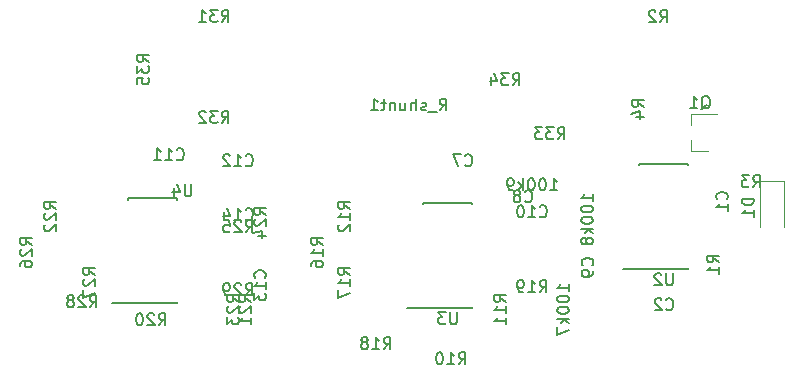
<source format=gbr>
G04 #@! TF.GenerationSoftware,KiCad,Pcbnew,(5.0.0-rc2-dev-586-g888c43477)*
G04 #@! TF.CreationDate,2018-06-04T01:03:36-03:00*
G04 #@! TF.ProjectId,Signal,5369676E616C2E6B696361645F706362,rev?*
G04 #@! TF.SameCoordinates,Original*
G04 #@! TF.FileFunction,Legend,Bot*
G04 #@! TF.FilePolarity,Positive*
%FSLAX46Y46*%
G04 Gerber Fmt 4.6, Leading zero omitted, Abs format (unit mm)*
G04 Created by KiCad (PCBNEW (5.0.0-rc2-dev-586-g888c43477)) date 06/04/18 01:03:36*
%MOMM*%
%LPD*%
G01*
G04 APERTURE LIST*
%ADD10C,0.120000*%
%ADD11C,0.150000*%
G04 APERTURE END LIST*
D10*
X71884000Y-27488000D02*
X71884000Y-26558000D01*
X71884000Y-24328000D02*
X71884000Y-25258000D01*
X71884000Y-24328000D02*
X74044000Y-24328000D01*
X71884000Y-27488000D02*
X73344000Y-27488000D01*
X77740000Y-30008000D02*
X79740000Y-30008000D01*
X79740000Y-30008000D02*
X79740000Y-33908000D01*
X77740000Y-30008000D02*
X77740000Y-33908000D01*
D11*
X49233000Y-40772000D02*
X49233000Y-40747000D01*
X53383000Y-40772000D02*
X53383000Y-40657000D01*
X53383000Y-31872000D02*
X53383000Y-31987000D01*
X49233000Y-31872000D02*
X49233000Y-31987000D01*
X49233000Y-40772000D02*
X53383000Y-40772000D01*
X49233000Y-31872000D02*
X53383000Y-31872000D01*
X49233000Y-40747000D02*
X47858000Y-40747000D01*
X24214000Y-40366000D02*
X22839000Y-40366000D01*
X24214000Y-31491000D02*
X28364000Y-31491000D01*
X24214000Y-40391000D02*
X28364000Y-40391000D01*
X24214000Y-31491000D02*
X24214000Y-31606000D01*
X28364000Y-31491000D02*
X28364000Y-31606000D01*
X28364000Y-40391000D02*
X28364000Y-40276000D01*
X24214000Y-40391000D02*
X24214000Y-40366000D01*
X67521000Y-37470000D02*
X67521000Y-37445000D01*
X71671000Y-37470000D02*
X71671000Y-37355000D01*
X71671000Y-28570000D02*
X71671000Y-28685000D01*
X67521000Y-28570000D02*
X67521000Y-28685000D01*
X67521000Y-37470000D02*
X71671000Y-37470000D01*
X67521000Y-28570000D02*
X71671000Y-28570000D01*
X67521000Y-37445000D02*
X66146000Y-37445000D01*
X32138857Y-25102380D02*
X32472190Y-24626190D01*
X32710285Y-25102380D02*
X32710285Y-24102380D01*
X32329333Y-24102380D01*
X32234095Y-24150000D01*
X32186476Y-24197619D01*
X32138857Y-24292857D01*
X32138857Y-24435714D01*
X32186476Y-24530952D01*
X32234095Y-24578571D01*
X32329333Y-24626190D01*
X32710285Y-24626190D01*
X31805523Y-24102380D02*
X31186476Y-24102380D01*
X31519809Y-24483333D01*
X31376952Y-24483333D01*
X31281714Y-24530952D01*
X31234095Y-24578571D01*
X31186476Y-24673809D01*
X31186476Y-24911904D01*
X31234095Y-25007142D01*
X31281714Y-25054761D01*
X31376952Y-25102380D01*
X31662666Y-25102380D01*
X31757904Y-25054761D01*
X31805523Y-25007142D01*
X30805523Y-24197619D02*
X30757904Y-24150000D01*
X30662666Y-24102380D01*
X30424571Y-24102380D01*
X30329333Y-24150000D01*
X30281714Y-24197619D01*
X30234095Y-24292857D01*
X30234095Y-24388095D01*
X30281714Y-24530952D01*
X30853142Y-25102380D01*
X30234095Y-25102380D01*
X72739238Y-23955619D02*
X72834476Y-23908000D01*
X72929714Y-23812761D01*
X73072571Y-23669904D01*
X73167809Y-23622285D01*
X73263047Y-23622285D01*
X73215428Y-23860380D02*
X73310666Y-23812761D01*
X73405904Y-23717523D01*
X73453523Y-23527047D01*
X73453523Y-23193714D01*
X73405904Y-23003238D01*
X73310666Y-22908000D01*
X73215428Y-22860380D01*
X73024952Y-22860380D01*
X72929714Y-22908000D01*
X72834476Y-23003238D01*
X72786857Y-23193714D01*
X72786857Y-23527047D01*
X72834476Y-23717523D01*
X72929714Y-23812761D01*
X73024952Y-23860380D01*
X73215428Y-23860380D01*
X71834476Y-23860380D02*
X72405904Y-23860380D01*
X72120190Y-23860380D02*
X72120190Y-22860380D01*
X72215428Y-23003238D01*
X72310666Y-23098476D01*
X72405904Y-23146095D01*
X45854857Y-44266380D02*
X46188190Y-43790190D01*
X46426285Y-44266380D02*
X46426285Y-43266380D01*
X46045333Y-43266380D01*
X45950095Y-43314000D01*
X45902476Y-43361619D01*
X45854857Y-43456857D01*
X45854857Y-43599714D01*
X45902476Y-43694952D01*
X45950095Y-43742571D01*
X46045333Y-43790190D01*
X46426285Y-43790190D01*
X44902476Y-44266380D02*
X45473904Y-44266380D01*
X45188190Y-44266380D02*
X45188190Y-43266380D01*
X45283428Y-43409238D01*
X45378666Y-43504476D01*
X45473904Y-43552095D01*
X44331047Y-43694952D02*
X44426285Y-43647333D01*
X44473904Y-43599714D01*
X44521523Y-43504476D01*
X44521523Y-43456857D01*
X44473904Y-43361619D01*
X44426285Y-43314000D01*
X44331047Y-43266380D01*
X44140571Y-43266380D01*
X44045333Y-43314000D01*
X43997714Y-43361619D01*
X43950095Y-43456857D01*
X43950095Y-43504476D01*
X43997714Y-43599714D01*
X44045333Y-43647333D01*
X44140571Y-43694952D01*
X44331047Y-43694952D01*
X44426285Y-43742571D01*
X44473904Y-43790190D01*
X44521523Y-43885428D01*
X44521523Y-44075904D01*
X44473904Y-44171142D01*
X44426285Y-44218761D01*
X44331047Y-44266380D01*
X44140571Y-44266380D01*
X44045333Y-44218761D01*
X43997714Y-44171142D01*
X43950095Y-44075904D01*
X43950095Y-43885428D01*
X43997714Y-43790190D01*
X44045333Y-43742571D01*
X44140571Y-43694952D01*
X34170857Y-33251142D02*
X34218476Y-33298761D01*
X34361333Y-33346380D01*
X34456571Y-33346380D01*
X34599428Y-33298761D01*
X34694666Y-33203523D01*
X34742285Y-33108285D01*
X34789904Y-32917809D01*
X34789904Y-32774952D01*
X34742285Y-32584476D01*
X34694666Y-32489238D01*
X34599428Y-32394000D01*
X34456571Y-32346380D01*
X34361333Y-32346380D01*
X34218476Y-32394000D01*
X34170857Y-32441619D01*
X33218476Y-33346380D02*
X33789904Y-33346380D01*
X33504190Y-33346380D02*
X33504190Y-32346380D01*
X33599428Y-32489238D01*
X33694666Y-32584476D01*
X33789904Y-32632095D01*
X32361333Y-32679714D02*
X32361333Y-33346380D01*
X32599428Y-32298761D02*
X32837523Y-33013047D01*
X32218476Y-33013047D01*
X35791142Y-38219142D02*
X35838761Y-38171523D01*
X35886380Y-38028666D01*
X35886380Y-37933428D01*
X35838761Y-37790571D01*
X35743523Y-37695333D01*
X35648285Y-37647714D01*
X35457809Y-37600095D01*
X35314952Y-37600095D01*
X35124476Y-37647714D01*
X35029238Y-37695333D01*
X34934000Y-37790571D01*
X34886380Y-37933428D01*
X34886380Y-38028666D01*
X34934000Y-38171523D01*
X34981619Y-38219142D01*
X35886380Y-39171523D02*
X35886380Y-38600095D01*
X35886380Y-38885809D02*
X34886380Y-38885809D01*
X35029238Y-38790571D01*
X35124476Y-38695333D01*
X35172095Y-38600095D01*
X34886380Y-39504857D02*
X34886380Y-40123904D01*
X35267333Y-39790571D01*
X35267333Y-39933428D01*
X35314952Y-40028666D01*
X35362571Y-40076285D01*
X35457809Y-40123904D01*
X35695904Y-40123904D01*
X35791142Y-40076285D01*
X35838761Y-40028666D01*
X35886380Y-39933428D01*
X35886380Y-39647714D01*
X35838761Y-39552476D01*
X35791142Y-39504857D01*
X34170857Y-28679142D02*
X34218476Y-28726761D01*
X34361333Y-28774380D01*
X34456571Y-28774380D01*
X34599428Y-28726761D01*
X34694666Y-28631523D01*
X34742285Y-28536285D01*
X34789904Y-28345809D01*
X34789904Y-28202952D01*
X34742285Y-28012476D01*
X34694666Y-27917238D01*
X34599428Y-27822000D01*
X34456571Y-27774380D01*
X34361333Y-27774380D01*
X34218476Y-27822000D01*
X34170857Y-27869619D01*
X33218476Y-28774380D02*
X33789904Y-28774380D01*
X33504190Y-28774380D02*
X33504190Y-27774380D01*
X33599428Y-27917238D01*
X33694666Y-28012476D01*
X33789904Y-28060095D01*
X32837523Y-27869619D02*
X32789904Y-27822000D01*
X32694666Y-27774380D01*
X32456571Y-27774380D01*
X32361333Y-27822000D01*
X32313714Y-27869619D01*
X32266095Y-27964857D01*
X32266095Y-28060095D01*
X32313714Y-28202952D01*
X32885142Y-28774380D01*
X32266095Y-28774380D01*
X28328857Y-28171142D02*
X28376476Y-28218761D01*
X28519333Y-28266380D01*
X28614571Y-28266380D01*
X28757428Y-28218761D01*
X28852666Y-28123523D01*
X28900285Y-28028285D01*
X28947904Y-27837809D01*
X28947904Y-27694952D01*
X28900285Y-27504476D01*
X28852666Y-27409238D01*
X28757428Y-27314000D01*
X28614571Y-27266380D01*
X28519333Y-27266380D01*
X28376476Y-27314000D01*
X28328857Y-27361619D01*
X27376476Y-28266380D02*
X27947904Y-28266380D01*
X27662190Y-28266380D02*
X27662190Y-27266380D01*
X27757428Y-27409238D01*
X27852666Y-27504476D01*
X27947904Y-27552095D01*
X26424095Y-28266380D02*
X26995523Y-28266380D01*
X26709809Y-28266380D02*
X26709809Y-27266380D01*
X26805047Y-27409238D01*
X26900285Y-27504476D01*
X26995523Y-27552095D01*
X74907142Y-31583333D02*
X74954761Y-31535714D01*
X75002380Y-31392857D01*
X75002380Y-31297619D01*
X74954761Y-31154761D01*
X74859523Y-31059523D01*
X74764285Y-31011904D01*
X74573809Y-30964285D01*
X74430952Y-30964285D01*
X74240476Y-31011904D01*
X74145238Y-31059523D01*
X74050000Y-31154761D01*
X74002380Y-31297619D01*
X74002380Y-31392857D01*
X74050000Y-31535714D01*
X74097619Y-31583333D01*
X75002380Y-32535714D02*
X75002380Y-31964285D01*
X75002380Y-32250000D02*
X74002380Y-32250000D01*
X74145238Y-32154761D01*
X74240476Y-32059523D01*
X74288095Y-31964285D01*
X69762666Y-40869142D02*
X69810285Y-40916761D01*
X69953142Y-40964380D01*
X70048380Y-40964380D01*
X70191238Y-40916761D01*
X70286476Y-40821523D01*
X70334095Y-40726285D01*
X70381714Y-40535809D01*
X70381714Y-40392952D01*
X70334095Y-40202476D01*
X70286476Y-40107238D01*
X70191238Y-40012000D01*
X70048380Y-39964380D01*
X69953142Y-39964380D01*
X69810285Y-40012000D01*
X69762666Y-40059619D01*
X69381714Y-40059619D02*
X69334095Y-40012000D01*
X69238857Y-39964380D01*
X69000761Y-39964380D01*
X68905523Y-40012000D01*
X68857904Y-40059619D01*
X68810285Y-40154857D01*
X68810285Y-40250095D01*
X68857904Y-40392952D01*
X69429333Y-40964380D01*
X68810285Y-40964380D01*
X52744666Y-28679142D02*
X52792285Y-28726761D01*
X52935142Y-28774380D01*
X53030380Y-28774380D01*
X53173238Y-28726761D01*
X53268476Y-28631523D01*
X53316095Y-28536285D01*
X53363714Y-28345809D01*
X53363714Y-28202952D01*
X53316095Y-28012476D01*
X53268476Y-27917238D01*
X53173238Y-27822000D01*
X53030380Y-27774380D01*
X52935142Y-27774380D01*
X52792285Y-27822000D01*
X52744666Y-27869619D01*
X52411333Y-27774380D02*
X51744666Y-27774380D01*
X52173238Y-28774380D01*
X57824666Y-31725142D02*
X57872285Y-31772761D01*
X58015142Y-31820380D01*
X58110380Y-31820380D01*
X58253238Y-31772761D01*
X58348476Y-31677523D01*
X58396095Y-31582285D01*
X58443714Y-31391809D01*
X58443714Y-31248952D01*
X58396095Y-31058476D01*
X58348476Y-30963238D01*
X58253238Y-30868000D01*
X58110380Y-30820380D01*
X58015142Y-30820380D01*
X57872285Y-30868000D01*
X57824666Y-30915619D01*
X57253238Y-31248952D02*
X57348476Y-31201333D01*
X57396095Y-31153714D01*
X57443714Y-31058476D01*
X57443714Y-31010857D01*
X57396095Y-30915619D01*
X57348476Y-30868000D01*
X57253238Y-30820380D01*
X57062761Y-30820380D01*
X56967523Y-30868000D01*
X56919904Y-30915619D01*
X56872285Y-31010857D01*
X56872285Y-31058476D01*
X56919904Y-31153714D01*
X56967523Y-31201333D01*
X57062761Y-31248952D01*
X57253238Y-31248952D01*
X57348476Y-31296571D01*
X57396095Y-31344190D01*
X57443714Y-31439428D01*
X57443714Y-31629904D01*
X57396095Y-31725142D01*
X57348476Y-31772761D01*
X57253238Y-31820380D01*
X57062761Y-31820380D01*
X56967523Y-31772761D01*
X56919904Y-31725142D01*
X56872285Y-31629904D01*
X56872285Y-31439428D01*
X56919904Y-31344190D01*
X56967523Y-31296571D01*
X57062761Y-31248952D01*
X63523642Y-37171333D02*
X63571261Y-37123714D01*
X63618880Y-36980857D01*
X63618880Y-36885619D01*
X63571261Y-36742761D01*
X63476023Y-36647523D01*
X63380785Y-36599904D01*
X63190309Y-36552285D01*
X63047452Y-36552285D01*
X62856976Y-36599904D01*
X62761738Y-36647523D01*
X62666500Y-36742761D01*
X62618880Y-36885619D01*
X62618880Y-36980857D01*
X62666500Y-37123714D01*
X62714119Y-37171333D01*
X63618880Y-37647523D02*
X63618880Y-37838000D01*
X63571261Y-37933238D01*
X63523642Y-37980857D01*
X63380785Y-38076095D01*
X63190309Y-38123714D01*
X62809357Y-38123714D01*
X62714119Y-38076095D01*
X62666500Y-38028476D01*
X62618880Y-37933238D01*
X62618880Y-37742761D01*
X62666500Y-37647523D01*
X62714119Y-37599904D01*
X62809357Y-37552285D01*
X63047452Y-37552285D01*
X63142690Y-37599904D01*
X63190309Y-37647523D01*
X63237928Y-37742761D01*
X63237928Y-37933238D01*
X63190309Y-38028476D01*
X63142690Y-38076095D01*
X63047452Y-38123714D01*
X59062857Y-32997142D02*
X59110476Y-33044761D01*
X59253333Y-33092380D01*
X59348571Y-33092380D01*
X59491428Y-33044761D01*
X59586666Y-32949523D01*
X59634285Y-32854285D01*
X59681904Y-32663809D01*
X59681904Y-32520952D01*
X59634285Y-32330476D01*
X59586666Y-32235238D01*
X59491428Y-32140000D01*
X59348571Y-32092380D01*
X59253333Y-32092380D01*
X59110476Y-32140000D01*
X59062857Y-32187619D01*
X58110476Y-33092380D02*
X58681904Y-33092380D01*
X58396190Y-33092380D02*
X58396190Y-32092380D01*
X58491428Y-32235238D01*
X58586666Y-32330476D01*
X58681904Y-32378095D01*
X57491428Y-32092380D02*
X57396190Y-32092380D01*
X57300952Y-32140000D01*
X57253333Y-32187619D01*
X57205714Y-32282857D01*
X57158095Y-32473333D01*
X57158095Y-32711428D01*
X57205714Y-32901904D01*
X57253333Y-32997142D01*
X57300952Y-33044761D01*
X57396190Y-33092380D01*
X57491428Y-33092380D01*
X57586666Y-33044761D01*
X57634285Y-32997142D01*
X57681904Y-32901904D01*
X57729523Y-32711428D01*
X57729523Y-32473333D01*
X57681904Y-32282857D01*
X57634285Y-32187619D01*
X57586666Y-32140000D01*
X57491428Y-32092380D01*
X77192380Y-31519904D02*
X76192380Y-31519904D01*
X76192380Y-31758000D01*
X76240000Y-31900857D01*
X76335238Y-31996095D01*
X76430476Y-32043714D01*
X76620952Y-32091333D01*
X76763809Y-32091333D01*
X76954285Y-32043714D01*
X77049523Y-31996095D01*
X77144761Y-31900857D01*
X77192380Y-31758000D01*
X77192380Y-31519904D01*
X77192380Y-33043714D02*
X77192380Y-32472285D01*
X77192380Y-32758000D02*
X76192380Y-32758000D01*
X76335238Y-32662761D01*
X76430476Y-32567523D01*
X76478095Y-32472285D01*
X40712380Y-35425142D02*
X40236190Y-35091809D01*
X40712380Y-34853714D02*
X39712380Y-34853714D01*
X39712380Y-35234666D01*
X39760000Y-35329904D01*
X39807619Y-35377523D01*
X39902857Y-35425142D01*
X40045714Y-35425142D01*
X40140952Y-35377523D01*
X40188571Y-35329904D01*
X40236190Y-35234666D01*
X40236190Y-34853714D01*
X40712380Y-36377523D02*
X40712380Y-35806095D01*
X40712380Y-36091809D02*
X39712380Y-36091809D01*
X39855238Y-35996571D01*
X39950476Y-35901333D01*
X39998095Y-35806095D01*
X39712380Y-37234666D02*
X39712380Y-37044190D01*
X39760000Y-36948952D01*
X39807619Y-36901333D01*
X39950476Y-36806095D01*
X40140952Y-36758476D01*
X40521904Y-36758476D01*
X40617142Y-36806095D01*
X40664761Y-36853714D01*
X40712380Y-36948952D01*
X40712380Y-37139428D01*
X40664761Y-37234666D01*
X40617142Y-37282285D01*
X40521904Y-37329904D01*
X40283809Y-37329904D01*
X40188571Y-37282285D01*
X40140952Y-37234666D01*
X40093333Y-37139428D01*
X40093333Y-36948952D01*
X40140952Y-36853714D01*
X40188571Y-36806095D01*
X40283809Y-36758476D01*
X61538380Y-39346380D02*
X61538380Y-38774952D01*
X61538380Y-39060666D02*
X60538380Y-39060666D01*
X60681238Y-38965428D01*
X60776476Y-38870190D01*
X60824095Y-38774952D01*
X60538380Y-39965428D02*
X60538380Y-40060666D01*
X60586000Y-40155904D01*
X60633619Y-40203523D01*
X60728857Y-40251142D01*
X60919333Y-40298761D01*
X61157428Y-40298761D01*
X61347904Y-40251142D01*
X61443142Y-40203523D01*
X61490761Y-40155904D01*
X61538380Y-40060666D01*
X61538380Y-39965428D01*
X61490761Y-39870190D01*
X61443142Y-39822571D01*
X61347904Y-39774952D01*
X61157428Y-39727333D01*
X60919333Y-39727333D01*
X60728857Y-39774952D01*
X60633619Y-39822571D01*
X60586000Y-39870190D01*
X60538380Y-39965428D01*
X60538380Y-40917809D02*
X60538380Y-41013047D01*
X60586000Y-41108285D01*
X60633619Y-41155904D01*
X60728857Y-41203523D01*
X60919333Y-41251142D01*
X61157428Y-41251142D01*
X61347904Y-41203523D01*
X61443142Y-41155904D01*
X61490761Y-41108285D01*
X61538380Y-41013047D01*
X61538380Y-40917809D01*
X61490761Y-40822571D01*
X61443142Y-40774952D01*
X61347904Y-40727333D01*
X61157428Y-40679714D01*
X60919333Y-40679714D01*
X60728857Y-40727333D01*
X60633619Y-40774952D01*
X60586000Y-40822571D01*
X60538380Y-40917809D01*
X61538380Y-41679714D02*
X60538380Y-41679714D01*
X61157428Y-41774952D02*
X61538380Y-42060666D01*
X60871714Y-42060666D02*
X61252666Y-41679714D01*
X60538380Y-42394000D02*
X60538380Y-43060666D01*
X61538380Y-42632095D01*
X42998380Y-32377142D02*
X42522190Y-32043809D01*
X42998380Y-31805714D02*
X41998380Y-31805714D01*
X41998380Y-32186666D01*
X42046000Y-32281904D01*
X42093619Y-32329523D01*
X42188857Y-32377142D01*
X42331714Y-32377142D01*
X42426952Y-32329523D01*
X42474571Y-32281904D01*
X42522190Y-32186666D01*
X42522190Y-31805714D01*
X42998380Y-33329523D02*
X42998380Y-32758095D01*
X42998380Y-33043809D02*
X41998380Y-33043809D01*
X42141238Y-32948571D01*
X42236476Y-32853333D01*
X42284095Y-32758095D01*
X42093619Y-33710476D02*
X42046000Y-33758095D01*
X41998380Y-33853333D01*
X41998380Y-34091428D01*
X42046000Y-34186666D01*
X42093619Y-34234285D01*
X42188857Y-34281904D01*
X42284095Y-34281904D01*
X42426952Y-34234285D01*
X42998380Y-33662857D01*
X42998380Y-34281904D01*
X74240380Y-36917333D02*
X73764190Y-36584000D01*
X74240380Y-36345904D02*
X73240380Y-36345904D01*
X73240380Y-36726857D01*
X73288000Y-36822095D01*
X73335619Y-36869714D01*
X73430857Y-36917333D01*
X73573714Y-36917333D01*
X73668952Y-36869714D01*
X73716571Y-36822095D01*
X73764190Y-36726857D01*
X73764190Y-36345904D01*
X74240380Y-37869714D02*
X74240380Y-37298285D01*
X74240380Y-37584000D02*
X73240380Y-37584000D01*
X73383238Y-37488761D01*
X73478476Y-37393523D01*
X73526095Y-37298285D01*
X69254666Y-16582380D02*
X69588000Y-16106190D01*
X69826095Y-16582380D02*
X69826095Y-15582380D01*
X69445142Y-15582380D01*
X69349904Y-15630000D01*
X69302285Y-15677619D01*
X69254666Y-15772857D01*
X69254666Y-15915714D01*
X69302285Y-16010952D01*
X69349904Y-16058571D01*
X69445142Y-16106190D01*
X69826095Y-16106190D01*
X68873714Y-15677619D02*
X68826095Y-15630000D01*
X68730857Y-15582380D01*
X68492761Y-15582380D01*
X68397523Y-15630000D01*
X68349904Y-15677619D01*
X68302285Y-15772857D01*
X68302285Y-15868095D01*
X68349904Y-16010952D01*
X68921333Y-16582380D01*
X68302285Y-16582380D01*
X77128666Y-30550380D02*
X77462000Y-30074190D01*
X77700095Y-30550380D02*
X77700095Y-29550380D01*
X77319142Y-29550380D01*
X77223904Y-29598000D01*
X77176285Y-29645619D01*
X77128666Y-29740857D01*
X77128666Y-29883714D01*
X77176285Y-29978952D01*
X77223904Y-30026571D01*
X77319142Y-30074190D01*
X77700095Y-30074190D01*
X76795333Y-29550380D02*
X76176285Y-29550380D01*
X76509619Y-29931333D01*
X76366761Y-29931333D01*
X76271523Y-29978952D01*
X76223904Y-30026571D01*
X76176285Y-30121809D01*
X76176285Y-30359904D01*
X76223904Y-30455142D01*
X76271523Y-30502761D01*
X76366761Y-30550380D01*
X76652476Y-30550380D01*
X76747714Y-30502761D01*
X76795333Y-30455142D01*
X67890380Y-23757833D02*
X67414190Y-23424500D01*
X67890380Y-23186404D02*
X66890380Y-23186404D01*
X66890380Y-23567357D01*
X66938000Y-23662595D01*
X66985619Y-23710214D01*
X67080857Y-23757833D01*
X67223714Y-23757833D01*
X67318952Y-23710214D01*
X67366571Y-23662595D01*
X67414190Y-23567357D01*
X67414190Y-23186404D01*
X67223714Y-24614976D02*
X67890380Y-24614976D01*
X66842761Y-24376880D02*
X67557047Y-24138785D01*
X67557047Y-24757833D01*
X52204857Y-45536380D02*
X52538190Y-45060190D01*
X52776285Y-45536380D02*
X52776285Y-44536380D01*
X52395333Y-44536380D01*
X52300095Y-44584000D01*
X52252476Y-44631619D01*
X52204857Y-44726857D01*
X52204857Y-44869714D01*
X52252476Y-44964952D01*
X52300095Y-45012571D01*
X52395333Y-45060190D01*
X52776285Y-45060190D01*
X51252476Y-45536380D02*
X51823904Y-45536380D01*
X51538190Y-45536380D02*
X51538190Y-44536380D01*
X51633428Y-44679238D01*
X51728666Y-44774476D01*
X51823904Y-44822095D01*
X50633428Y-44536380D02*
X50538190Y-44536380D01*
X50442952Y-44584000D01*
X50395333Y-44631619D01*
X50347714Y-44726857D01*
X50300095Y-44917333D01*
X50300095Y-45155428D01*
X50347714Y-45345904D01*
X50395333Y-45441142D01*
X50442952Y-45488761D01*
X50538190Y-45536380D01*
X50633428Y-45536380D01*
X50728666Y-45488761D01*
X50776285Y-45441142D01*
X50823904Y-45345904D01*
X50871523Y-45155428D01*
X50871523Y-44917333D01*
X50823904Y-44726857D01*
X50776285Y-44631619D01*
X50728666Y-44584000D01*
X50633428Y-44536380D01*
X56206380Y-40251142D02*
X55730190Y-39917809D01*
X56206380Y-39679714D02*
X55206380Y-39679714D01*
X55206380Y-40060666D01*
X55254000Y-40155904D01*
X55301619Y-40203523D01*
X55396857Y-40251142D01*
X55539714Y-40251142D01*
X55634952Y-40203523D01*
X55682571Y-40155904D01*
X55730190Y-40060666D01*
X55730190Y-39679714D01*
X56206380Y-41203523D02*
X56206380Y-40632095D01*
X56206380Y-40917809D02*
X55206380Y-40917809D01*
X55349238Y-40822571D01*
X55444476Y-40727333D01*
X55492095Y-40632095D01*
X56206380Y-42155904D02*
X56206380Y-41584476D01*
X56206380Y-41870190D02*
X55206380Y-41870190D01*
X55349238Y-41774952D01*
X55444476Y-41679714D01*
X55492095Y-41584476D01*
X50595238Y-24052380D02*
X50928571Y-23576190D01*
X51166666Y-24052380D02*
X51166666Y-23052380D01*
X50785714Y-23052380D01*
X50690476Y-23100000D01*
X50642857Y-23147619D01*
X50595238Y-23242857D01*
X50595238Y-23385714D01*
X50642857Y-23480952D01*
X50690476Y-23528571D01*
X50785714Y-23576190D01*
X51166666Y-23576190D01*
X50404761Y-24147619D02*
X49642857Y-24147619D01*
X49452380Y-24004761D02*
X49357142Y-24052380D01*
X49166666Y-24052380D01*
X49071428Y-24004761D01*
X49023809Y-23909523D01*
X49023809Y-23861904D01*
X49071428Y-23766666D01*
X49166666Y-23719047D01*
X49309523Y-23719047D01*
X49404761Y-23671428D01*
X49452380Y-23576190D01*
X49452380Y-23528571D01*
X49404761Y-23433333D01*
X49309523Y-23385714D01*
X49166666Y-23385714D01*
X49071428Y-23433333D01*
X48595238Y-24052380D02*
X48595238Y-23052380D01*
X48166666Y-24052380D02*
X48166666Y-23528571D01*
X48214285Y-23433333D01*
X48309523Y-23385714D01*
X48452380Y-23385714D01*
X48547619Y-23433333D01*
X48595238Y-23480952D01*
X47261904Y-23385714D02*
X47261904Y-24052380D01*
X47690476Y-23385714D02*
X47690476Y-23909523D01*
X47642857Y-24004761D01*
X47547619Y-24052380D01*
X47404761Y-24052380D01*
X47309523Y-24004761D01*
X47261904Y-23957142D01*
X46785714Y-23385714D02*
X46785714Y-24052380D01*
X46785714Y-23480952D02*
X46738095Y-23433333D01*
X46642857Y-23385714D01*
X46500000Y-23385714D01*
X46404761Y-23433333D01*
X46357142Y-23528571D01*
X46357142Y-24052380D01*
X46023809Y-23385714D02*
X45642857Y-23385714D01*
X45880952Y-23052380D02*
X45880952Y-23909523D01*
X45833333Y-24004761D01*
X45738095Y-24052380D01*
X45642857Y-24052380D01*
X44785714Y-24052380D02*
X45357142Y-24052380D01*
X45071428Y-24052380D02*
X45071428Y-23052380D01*
X45166666Y-23195238D01*
X45261904Y-23290476D01*
X45357142Y-23338095D01*
X20962857Y-40712380D02*
X21296190Y-40236190D01*
X21534285Y-40712380D02*
X21534285Y-39712380D01*
X21153333Y-39712380D01*
X21058095Y-39760000D01*
X21010476Y-39807619D01*
X20962857Y-39902857D01*
X20962857Y-40045714D01*
X21010476Y-40140952D01*
X21058095Y-40188571D01*
X21153333Y-40236190D01*
X21534285Y-40236190D01*
X20581904Y-39807619D02*
X20534285Y-39760000D01*
X20439047Y-39712380D01*
X20200952Y-39712380D01*
X20105714Y-39760000D01*
X20058095Y-39807619D01*
X20010476Y-39902857D01*
X20010476Y-39998095D01*
X20058095Y-40140952D01*
X20629523Y-40712380D01*
X20010476Y-40712380D01*
X19439047Y-40140952D02*
X19534285Y-40093333D01*
X19581904Y-40045714D01*
X19629523Y-39950476D01*
X19629523Y-39902857D01*
X19581904Y-39807619D01*
X19534285Y-39760000D01*
X19439047Y-39712380D01*
X19248571Y-39712380D01*
X19153333Y-39760000D01*
X19105714Y-39807619D01*
X19058095Y-39902857D01*
X19058095Y-39950476D01*
X19105714Y-40045714D01*
X19153333Y-40093333D01*
X19248571Y-40140952D01*
X19439047Y-40140952D01*
X19534285Y-40188571D01*
X19581904Y-40236190D01*
X19629523Y-40331428D01*
X19629523Y-40521904D01*
X19581904Y-40617142D01*
X19534285Y-40664761D01*
X19439047Y-40712380D01*
X19248571Y-40712380D01*
X19153333Y-40664761D01*
X19105714Y-40617142D01*
X19058095Y-40521904D01*
X19058095Y-40331428D01*
X19105714Y-40236190D01*
X19153333Y-40188571D01*
X19248571Y-40140952D01*
X21406380Y-37965142D02*
X20930190Y-37631809D01*
X21406380Y-37393714D02*
X20406380Y-37393714D01*
X20406380Y-37774666D01*
X20454000Y-37869904D01*
X20501619Y-37917523D01*
X20596857Y-37965142D01*
X20739714Y-37965142D01*
X20834952Y-37917523D01*
X20882571Y-37869904D01*
X20930190Y-37774666D01*
X20930190Y-37393714D01*
X20501619Y-38346095D02*
X20454000Y-38393714D01*
X20406380Y-38488952D01*
X20406380Y-38727047D01*
X20454000Y-38822285D01*
X20501619Y-38869904D01*
X20596857Y-38917523D01*
X20692095Y-38917523D01*
X20834952Y-38869904D01*
X21406380Y-38298476D01*
X21406380Y-38917523D01*
X20406380Y-39250857D02*
X20406380Y-39917523D01*
X21406380Y-39488952D01*
X63570380Y-31726380D02*
X63570380Y-31154952D01*
X63570380Y-31440666D02*
X62570380Y-31440666D01*
X62713238Y-31345428D01*
X62808476Y-31250190D01*
X62856095Y-31154952D01*
X62570380Y-32345428D02*
X62570380Y-32440666D01*
X62618000Y-32535904D01*
X62665619Y-32583523D01*
X62760857Y-32631142D01*
X62951333Y-32678761D01*
X63189428Y-32678761D01*
X63379904Y-32631142D01*
X63475142Y-32583523D01*
X63522761Y-32535904D01*
X63570380Y-32440666D01*
X63570380Y-32345428D01*
X63522761Y-32250190D01*
X63475142Y-32202571D01*
X63379904Y-32154952D01*
X63189428Y-32107333D01*
X62951333Y-32107333D01*
X62760857Y-32154952D01*
X62665619Y-32202571D01*
X62618000Y-32250190D01*
X62570380Y-32345428D01*
X62570380Y-33297809D02*
X62570380Y-33393047D01*
X62618000Y-33488285D01*
X62665619Y-33535904D01*
X62760857Y-33583523D01*
X62951333Y-33631142D01*
X63189428Y-33631142D01*
X63379904Y-33583523D01*
X63475142Y-33535904D01*
X63522761Y-33488285D01*
X63570380Y-33393047D01*
X63570380Y-33297809D01*
X63522761Y-33202571D01*
X63475142Y-33154952D01*
X63379904Y-33107333D01*
X63189428Y-33059714D01*
X62951333Y-33059714D01*
X62760857Y-33107333D01*
X62665619Y-33154952D01*
X62618000Y-33202571D01*
X62570380Y-33297809D01*
X63570380Y-34059714D02*
X62570380Y-34059714D01*
X63189428Y-34154952D02*
X63570380Y-34440666D01*
X62903714Y-34440666D02*
X63284666Y-34059714D01*
X62998952Y-35012095D02*
X62951333Y-34916857D01*
X62903714Y-34869238D01*
X62808476Y-34821619D01*
X62760857Y-34821619D01*
X62665619Y-34869238D01*
X62618000Y-34916857D01*
X62570380Y-35012095D01*
X62570380Y-35202571D01*
X62618000Y-35297809D01*
X62665619Y-35345428D01*
X62760857Y-35393047D01*
X62808476Y-35393047D01*
X62903714Y-35345428D01*
X62951333Y-35297809D01*
X62998952Y-35202571D01*
X62998952Y-35012095D01*
X63046571Y-34916857D01*
X63094190Y-34869238D01*
X63189428Y-34821619D01*
X63379904Y-34821619D01*
X63475142Y-34869238D01*
X63522761Y-34916857D01*
X63570380Y-35012095D01*
X63570380Y-35202571D01*
X63522761Y-35297809D01*
X63475142Y-35345428D01*
X63379904Y-35393047D01*
X63189428Y-35393047D01*
X63094190Y-35345428D01*
X63046571Y-35297809D01*
X62998952Y-35202571D01*
X34170857Y-34360380D02*
X34504190Y-33884190D01*
X34742285Y-34360380D02*
X34742285Y-33360380D01*
X34361333Y-33360380D01*
X34266095Y-33408000D01*
X34218476Y-33455619D01*
X34170857Y-33550857D01*
X34170857Y-33693714D01*
X34218476Y-33788952D01*
X34266095Y-33836571D01*
X34361333Y-33884190D01*
X34742285Y-33884190D01*
X33789904Y-33455619D02*
X33742285Y-33408000D01*
X33647047Y-33360380D01*
X33408952Y-33360380D01*
X33313714Y-33408000D01*
X33266095Y-33455619D01*
X33218476Y-33550857D01*
X33218476Y-33646095D01*
X33266095Y-33788952D01*
X33837523Y-34360380D01*
X33218476Y-34360380D01*
X32313714Y-33360380D02*
X32789904Y-33360380D01*
X32837523Y-33836571D01*
X32789904Y-33788952D01*
X32694666Y-33741333D01*
X32456571Y-33741333D01*
X32361333Y-33788952D01*
X32313714Y-33836571D01*
X32266095Y-33931809D01*
X32266095Y-34169904D01*
X32313714Y-34265142D01*
X32361333Y-34312761D01*
X32456571Y-34360380D01*
X32694666Y-34360380D01*
X32789904Y-34312761D01*
X32837523Y-34265142D01*
X35886380Y-32885142D02*
X35410190Y-32551809D01*
X35886380Y-32313714D02*
X34886380Y-32313714D01*
X34886380Y-32694666D01*
X34934000Y-32789904D01*
X34981619Y-32837523D01*
X35076857Y-32885142D01*
X35219714Y-32885142D01*
X35314952Y-32837523D01*
X35362571Y-32789904D01*
X35410190Y-32694666D01*
X35410190Y-32313714D01*
X34981619Y-33266095D02*
X34934000Y-33313714D01*
X34886380Y-33408952D01*
X34886380Y-33647047D01*
X34934000Y-33742285D01*
X34981619Y-33789904D01*
X35076857Y-33837523D01*
X35172095Y-33837523D01*
X35314952Y-33789904D01*
X35886380Y-33218476D01*
X35886380Y-33837523D01*
X35219714Y-34694666D02*
X35886380Y-34694666D01*
X34838761Y-34456571D02*
X35553047Y-34218476D01*
X35553047Y-34837523D01*
X33600380Y-40251142D02*
X33124190Y-39917809D01*
X33600380Y-39679714D02*
X32600380Y-39679714D01*
X32600380Y-40060666D01*
X32648000Y-40155904D01*
X32695619Y-40203523D01*
X32790857Y-40251142D01*
X32933714Y-40251142D01*
X33028952Y-40203523D01*
X33076571Y-40155904D01*
X33124190Y-40060666D01*
X33124190Y-39679714D01*
X32695619Y-40632095D02*
X32648000Y-40679714D01*
X32600380Y-40774952D01*
X32600380Y-41013047D01*
X32648000Y-41108285D01*
X32695619Y-41155904D01*
X32790857Y-41203523D01*
X32886095Y-41203523D01*
X33028952Y-41155904D01*
X33600380Y-40584476D01*
X33600380Y-41203523D01*
X32600380Y-41536857D02*
X32600380Y-42155904D01*
X32981333Y-41822571D01*
X32981333Y-41965428D01*
X33028952Y-42060666D01*
X33076571Y-42108285D01*
X33171809Y-42155904D01*
X33409904Y-42155904D01*
X33505142Y-42108285D01*
X33552761Y-42060666D01*
X33600380Y-41965428D01*
X33600380Y-41679714D01*
X33552761Y-41584476D01*
X33505142Y-41536857D01*
X18106380Y-32377142D02*
X17630190Y-32043809D01*
X18106380Y-31805714D02*
X17106380Y-31805714D01*
X17106380Y-32186666D01*
X17154000Y-32281904D01*
X17201619Y-32329523D01*
X17296857Y-32377142D01*
X17439714Y-32377142D01*
X17534952Y-32329523D01*
X17582571Y-32281904D01*
X17630190Y-32186666D01*
X17630190Y-31805714D01*
X17201619Y-32758095D02*
X17154000Y-32805714D01*
X17106380Y-32900952D01*
X17106380Y-33139047D01*
X17154000Y-33234285D01*
X17201619Y-33281904D01*
X17296857Y-33329523D01*
X17392095Y-33329523D01*
X17534952Y-33281904D01*
X18106380Y-32710476D01*
X18106380Y-33329523D01*
X17201619Y-33710476D02*
X17154000Y-33758095D01*
X17106380Y-33853333D01*
X17106380Y-34091428D01*
X17154000Y-34186666D01*
X17201619Y-34234285D01*
X17296857Y-34281904D01*
X17392095Y-34281904D01*
X17534952Y-34234285D01*
X18106380Y-33662857D01*
X18106380Y-34281904D01*
X34614380Y-40251142D02*
X34138190Y-39917809D01*
X34614380Y-39679714D02*
X33614380Y-39679714D01*
X33614380Y-40060666D01*
X33662000Y-40155904D01*
X33709619Y-40203523D01*
X33804857Y-40251142D01*
X33947714Y-40251142D01*
X34042952Y-40203523D01*
X34090571Y-40155904D01*
X34138190Y-40060666D01*
X34138190Y-39679714D01*
X33709619Y-40632095D02*
X33662000Y-40679714D01*
X33614380Y-40774952D01*
X33614380Y-41013047D01*
X33662000Y-41108285D01*
X33709619Y-41155904D01*
X33804857Y-41203523D01*
X33900095Y-41203523D01*
X34042952Y-41155904D01*
X34614380Y-40584476D01*
X34614380Y-41203523D01*
X34614380Y-42155904D02*
X34614380Y-41584476D01*
X34614380Y-41870190D02*
X33614380Y-41870190D01*
X33757238Y-41774952D01*
X33852476Y-41679714D01*
X33900095Y-41584476D01*
X26804857Y-42236380D02*
X27138190Y-41760190D01*
X27376285Y-42236380D02*
X27376285Y-41236380D01*
X26995333Y-41236380D01*
X26900095Y-41284000D01*
X26852476Y-41331619D01*
X26804857Y-41426857D01*
X26804857Y-41569714D01*
X26852476Y-41664952D01*
X26900095Y-41712571D01*
X26995333Y-41760190D01*
X27376285Y-41760190D01*
X26423904Y-41331619D02*
X26376285Y-41284000D01*
X26281047Y-41236380D01*
X26042952Y-41236380D01*
X25947714Y-41284000D01*
X25900095Y-41331619D01*
X25852476Y-41426857D01*
X25852476Y-41522095D01*
X25900095Y-41664952D01*
X26471523Y-42236380D01*
X25852476Y-42236380D01*
X25233428Y-41236380D02*
X25138190Y-41236380D01*
X25042952Y-41284000D01*
X24995333Y-41331619D01*
X24947714Y-41426857D01*
X24900095Y-41617333D01*
X24900095Y-41855428D01*
X24947714Y-42045904D01*
X24995333Y-42141142D01*
X25042952Y-42188761D01*
X25138190Y-42236380D01*
X25233428Y-42236380D01*
X25328666Y-42188761D01*
X25376285Y-42141142D01*
X25423904Y-42045904D01*
X25471523Y-41855428D01*
X25471523Y-41617333D01*
X25423904Y-41426857D01*
X25376285Y-41331619D01*
X25328666Y-41284000D01*
X25233428Y-41236380D01*
X59062857Y-39440380D02*
X59396190Y-38964190D01*
X59634285Y-39440380D02*
X59634285Y-38440380D01*
X59253333Y-38440380D01*
X59158095Y-38488000D01*
X59110476Y-38535619D01*
X59062857Y-38630857D01*
X59062857Y-38773714D01*
X59110476Y-38868952D01*
X59158095Y-38916571D01*
X59253333Y-38964190D01*
X59634285Y-38964190D01*
X58110476Y-39440380D02*
X58681904Y-39440380D01*
X58396190Y-39440380D02*
X58396190Y-38440380D01*
X58491428Y-38583238D01*
X58586666Y-38678476D01*
X58681904Y-38726095D01*
X57634285Y-39440380D02*
X57443809Y-39440380D01*
X57348571Y-39392761D01*
X57300952Y-39345142D01*
X57205714Y-39202285D01*
X57158095Y-39011809D01*
X57158095Y-38630857D01*
X57205714Y-38535619D01*
X57253333Y-38488000D01*
X57348571Y-38440380D01*
X57539047Y-38440380D01*
X57634285Y-38488000D01*
X57681904Y-38535619D01*
X57729523Y-38630857D01*
X57729523Y-38868952D01*
X57681904Y-38964190D01*
X57634285Y-39011809D01*
X57539047Y-39059428D01*
X57348571Y-39059428D01*
X57253333Y-39011809D01*
X57205714Y-38964190D01*
X57158095Y-38868952D01*
X42998380Y-37965142D02*
X42522190Y-37631809D01*
X42998380Y-37393714D02*
X41998380Y-37393714D01*
X41998380Y-37774666D01*
X42046000Y-37869904D01*
X42093619Y-37917523D01*
X42188857Y-37965142D01*
X42331714Y-37965142D01*
X42426952Y-37917523D01*
X42474571Y-37869904D01*
X42522190Y-37774666D01*
X42522190Y-37393714D01*
X42998380Y-38917523D02*
X42998380Y-38346095D01*
X42998380Y-38631809D02*
X41998380Y-38631809D01*
X42141238Y-38536571D01*
X42236476Y-38441333D01*
X42284095Y-38346095D01*
X41998380Y-39250857D02*
X41998380Y-39917523D01*
X42998380Y-39488952D01*
X16074380Y-35425142D02*
X15598190Y-35091809D01*
X16074380Y-34853714D02*
X15074380Y-34853714D01*
X15074380Y-35234666D01*
X15122000Y-35329904D01*
X15169619Y-35377523D01*
X15264857Y-35425142D01*
X15407714Y-35425142D01*
X15502952Y-35377523D01*
X15550571Y-35329904D01*
X15598190Y-35234666D01*
X15598190Y-34853714D01*
X15169619Y-35806095D02*
X15122000Y-35853714D01*
X15074380Y-35948952D01*
X15074380Y-36187047D01*
X15122000Y-36282285D01*
X15169619Y-36329904D01*
X15264857Y-36377523D01*
X15360095Y-36377523D01*
X15502952Y-36329904D01*
X16074380Y-35758476D01*
X16074380Y-36377523D01*
X15074380Y-37234666D02*
X15074380Y-37044190D01*
X15122000Y-36948952D01*
X15169619Y-36901333D01*
X15312476Y-36806095D01*
X15502952Y-36758476D01*
X15883904Y-36758476D01*
X15979142Y-36806095D01*
X16026761Y-36853714D01*
X16074380Y-36948952D01*
X16074380Y-37139428D01*
X16026761Y-37234666D01*
X15979142Y-37282285D01*
X15883904Y-37329904D01*
X15645809Y-37329904D01*
X15550571Y-37282285D01*
X15502952Y-37234666D01*
X15455333Y-37139428D01*
X15455333Y-36948952D01*
X15502952Y-36853714D01*
X15550571Y-36806095D01*
X15645809Y-36758476D01*
X59967619Y-30806380D02*
X60539047Y-30806380D01*
X60253333Y-30806380D02*
X60253333Y-29806380D01*
X60348571Y-29949238D01*
X60443809Y-30044476D01*
X60539047Y-30092095D01*
X59348571Y-29806380D02*
X59253333Y-29806380D01*
X59158095Y-29854000D01*
X59110476Y-29901619D01*
X59062857Y-29996857D01*
X59015238Y-30187333D01*
X59015238Y-30425428D01*
X59062857Y-30615904D01*
X59110476Y-30711142D01*
X59158095Y-30758761D01*
X59253333Y-30806380D01*
X59348571Y-30806380D01*
X59443809Y-30758761D01*
X59491428Y-30711142D01*
X59539047Y-30615904D01*
X59586666Y-30425428D01*
X59586666Y-30187333D01*
X59539047Y-29996857D01*
X59491428Y-29901619D01*
X59443809Y-29854000D01*
X59348571Y-29806380D01*
X58396190Y-29806380D02*
X58300952Y-29806380D01*
X58205714Y-29854000D01*
X58158095Y-29901619D01*
X58110476Y-29996857D01*
X58062857Y-30187333D01*
X58062857Y-30425428D01*
X58110476Y-30615904D01*
X58158095Y-30711142D01*
X58205714Y-30758761D01*
X58300952Y-30806380D01*
X58396190Y-30806380D01*
X58491428Y-30758761D01*
X58539047Y-30711142D01*
X58586666Y-30615904D01*
X58634285Y-30425428D01*
X58634285Y-30187333D01*
X58586666Y-29996857D01*
X58539047Y-29901619D01*
X58491428Y-29854000D01*
X58396190Y-29806380D01*
X57634285Y-30806380D02*
X57634285Y-29806380D01*
X57539047Y-30425428D02*
X57253333Y-30806380D01*
X57253333Y-30139714D02*
X57634285Y-30520666D01*
X56777142Y-30806380D02*
X56586666Y-30806380D01*
X56491428Y-30758761D01*
X56443809Y-30711142D01*
X56348571Y-30568285D01*
X56300952Y-30377809D01*
X56300952Y-29996857D01*
X56348571Y-29901619D01*
X56396190Y-29854000D01*
X56491428Y-29806380D01*
X56681904Y-29806380D01*
X56777142Y-29854000D01*
X56824761Y-29901619D01*
X56872380Y-29996857D01*
X56872380Y-30234952D01*
X56824761Y-30330190D01*
X56777142Y-30377809D01*
X56681904Y-30425428D01*
X56491428Y-30425428D01*
X56396190Y-30377809D01*
X56348571Y-30330190D01*
X56300952Y-30234952D01*
X34170857Y-39694380D02*
X34504190Y-39218190D01*
X34742285Y-39694380D02*
X34742285Y-38694380D01*
X34361333Y-38694380D01*
X34266095Y-38742000D01*
X34218476Y-38789619D01*
X34170857Y-38884857D01*
X34170857Y-39027714D01*
X34218476Y-39122952D01*
X34266095Y-39170571D01*
X34361333Y-39218190D01*
X34742285Y-39218190D01*
X33789904Y-38789619D02*
X33742285Y-38742000D01*
X33647047Y-38694380D01*
X33408952Y-38694380D01*
X33313714Y-38742000D01*
X33266095Y-38789619D01*
X33218476Y-38884857D01*
X33218476Y-38980095D01*
X33266095Y-39122952D01*
X33837523Y-39694380D01*
X33218476Y-39694380D01*
X32742285Y-39694380D02*
X32551809Y-39694380D01*
X32456571Y-39646761D01*
X32408952Y-39599142D01*
X32313714Y-39456285D01*
X32266095Y-39265809D01*
X32266095Y-38884857D01*
X32313714Y-38789619D01*
X32361333Y-38742000D01*
X32456571Y-38694380D01*
X32647047Y-38694380D01*
X32742285Y-38742000D01*
X32789904Y-38789619D01*
X32837523Y-38884857D01*
X32837523Y-39122952D01*
X32789904Y-39218190D01*
X32742285Y-39265809D01*
X32647047Y-39313428D01*
X32456571Y-39313428D01*
X32361333Y-39265809D01*
X32313714Y-39218190D01*
X32266095Y-39122952D01*
X25980380Y-19931142D02*
X25504190Y-19597809D01*
X25980380Y-19359714D02*
X24980380Y-19359714D01*
X24980380Y-19740666D01*
X25028000Y-19835904D01*
X25075619Y-19883523D01*
X25170857Y-19931142D01*
X25313714Y-19931142D01*
X25408952Y-19883523D01*
X25456571Y-19835904D01*
X25504190Y-19740666D01*
X25504190Y-19359714D01*
X24980380Y-20264476D02*
X24980380Y-20883523D01*
X25361333Y-20550190D01*
X25361333Y-20693047D01*
X25408952Y-20788285D01*
X25456571Y-20835904D01*
X25551809Y-20883523D01*
X25789904Y-20883523D01*
X25885142Y-20835904D01*
X25932761Y-20788285D01*
X25980380Y-20693047D01*
X25980380Y-20407333D01*
X25932761Y-20312095D01*
X25885142Y-20264476D01*
X24980380Y-21788285D02*
X24980380Y-21312095D01*
X25456571Y-21264476D01*
X25408952Y-21312095D01*
X25361333Y-21407333D01*
X25361333Y-21645428D01*
X25408952Y-21740666D01*
X25456571Y-21788285D01*
X25551809Y-21835904D01*
X25789904Y-21835904D01*
X25885142Y-21788285D01*
X25932761Y-21740666D01*
X25980380Y-21645428D01*
X25980380Y-21407333D01*
X25932761Y-21312095D01*
X25885142Y-21264476D01*
X52069904Y-41149380D02*
X52069904Y-41958904D01*
X52022285Y-42054142D01*
X51974666Y-42101761D01*
X51879428Y-42149380D01*
X51688952Y-42149380D01*
X51593714Y-42101761D01*
X51546095Y-42054142D01*
X51498476Y-41958904D01*
X51498476Y-41149380D01*
X51117523Y-41149380D02*
X50498476Y-41149380D01*
X50831809Y-41530333D01*
X50688952Y-41530333D01*
X50593714Y-41577952D01*
X50546095Y-41625571D01*
X50498476Y-41720809D01*
X50498476Y-41958904D01*
X50546095Y-42054142D01*
X50593714Y-42101761D01*
X50688952Y-42149380D01*
X50974666Y-42149380D01*
X51069904Y-42101761D01*
X51117523Y-42054142D01*
X32138857Y-16552380D02*
X32472190Y-16076190D01*
X32710285Y-16552380D02*
X32710285Y-15552380D01*
X32329333Y-15552380D01*
X32234095Y-15600000D01*
X32186476Y-15647619D01*
X32138857Y-15742857D01*
X32138857Y-15885714D01*
X32186476Y-15980952D01*
X32234095Y-16028571D01*
X32329333Y-16076190D01*
X32710285Y-16076190D01*
X31805523Y-15552380D02*
X31186476Y-15552380D01*
X31519809Y-15933333D01*
X31376952Y-15933333D01*
X31281714Y-15980952D01*
X31234095Y-16028571D01*
X31186476Y-16123809D01*
X31186476Y-16361904D01*
X31234095Y-16457142D01*
X31281714Y-16504761D01*
X31376952Y-16552380D01*
X31662666Y-16552380D01*
X31757904Y-16504761D01*
X31805523Y-16457142D01*
X30234095Y-16552380D02*
X30805523Y-16552380D01*
X30519809Y-16552380D02*
X30519809Y-15552380D01*
X30615047Y-15695238D01*
X30710285Y-15790476D01*
X30805523Y-15838095D01*
X60586857Y-26486380D02*
X60920190Y-26010190D01*
X61158285Y-26486380D02*
X61158285Y-25486380D01*
X60777333Y-25486380D01*
X60682095Y-25534000D01*
X60634476Y-25581619D01*
X60586857Y-25676857D01*
X60586857Y-25819714D01*
X60634476Y-25914952D01*
X60682095Y-25962571D01*
X60777333Y-26010190D01*
X61158285Y-26010190D01*
X60253523Y-25486380D02*
X59634476Y-25486380D01*
X59967809Y-25867333D01*
X59824952Y-25867333D01*
X59729714Y-25914952D01*
X59682095Y-25962571D01*
X59634476Y-26057809D01*
X59634476Y-26295904D01*
X59682095Y-26391142D01*
X59729714Y-26438761D01*
X59824952Y-26486380D01*
X60110666Y-26486380D01*
X60205904Y-26438761D01*
X60253523Y-26391142D01*
X59301142Y-25486380D02*
X58682095Y-25486380D01*
X59015428Y-25867333D01*
X58872571Y-25867333D01*
X58777333Y-25914952D01*
X58729714Y-25962571D01*
X58682095Y-26057809D01*
X58682095Y-26295904D01*
X58729714Y-26391142D01*
X58777333Y-26438761D01*
X58872571Y-26486380D01*
X59158285Y-26486380D01*
X59253523Y-26438761D01*
X59301142Y-26391142D01*
X56776857Y-21916380D02*
X57110190Y-21440190D01*
X57348285Y-21916380D02*
X57348285Y-20916380D01*
X56967333Y-20916380D01*
X56872095Y-20964000D01*
X56824476Y-21011619D01*
X56776857Y-21106857D01*
X56776857Y-21249714D01*
X56824476Y-21344952D01*
X56872095Y-21392571D01*
X56967333Y-21440190D01*
X57348285Y-21440190D01*
X56443523Y-20916380D02*
X55824476Y-20916380D01*
X56157809Y-21297333D01*
X56014952Y-21297333D01*
X55919714Y-21344952D01*
X55872095Y-21392571D01*
X55824476Y-21487809D01*
X55824476Y-21725904D01*
X55872095Y-21821142D01*
X55919714Y-21868761D01*
X56014952Y-21916380D01*
X56300666Y-21916380D01*
X56395904Y-21868761D01*
X56443523Y-21821142D01*
X54967333Y-21249714D02*
X54967333Y-21916380D01*
X55205428Y-20868761D02*
X55443523Y-21583047D01*
X54824476Y-21583047D01*
X29590904Y-30313380D02*
X29590904Y-31122904D01*
X29543285Y-31218142D01*
X29495666Y-31265761D01*
X29400428Y-31313380D01*
X29209952Y-31313380D01*
X29114714Y-31265761D01*
X29067095Y-31218142D01*
X29019476Y-31122904D01*
X29019476Y-30313380D01*
X28114714Y-30646714D02*
X28114714Y-31313380D01*
X28352809Y-30265761D02*
X28590904Y-30980047D01*
X27971857Y-30980047D01*
X70357904Y-37847380D02*
X70357904Y-38656904D01*
X70310285Y-38752142D01*
X70262666Y-38799761D01*
X70167428Y-38847380D01*
X69976952Y-38847380D01*
X69881714Y-38799761D01*
X69834095Y-38752142D01*
X69786476Y-38656904D01*
X69786476Y-37847380D01*
X69357904Y-37942619D02*
X69310285Y-37895000D01*
X69215047Y-37847380D01*
X68976952Y-37847380D01*
X68881714Y-37895000D01*
X68834095Y-37942619D01*
X68786476Y-38037857D01*
X68786476Y-38133095D01*
X68834095Y-38275952D01*
X69405523Y-38847380D01*
X68786476Y-38847380D01*
M02*

</source>
